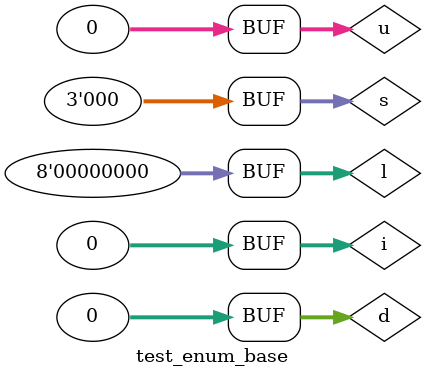
<source format=sv>
module test_enum_base;
  // Default base type (int, per LRM 6.19)
  typedef enum { A, B, C } default_t;
  default_t d;

  // Explicit int base
  typedef enum int { X, Y, Z } int_t;
  int_t i;

  // Explicit bit vector with packed dimension
  typedef enum logic [2:0] { S0, S1, S2 } state_t;
  state_t s;

  // Explicit integer atom base (byte)
  typedef enum byte { LOW = 0, HIGH = 1 } level_t;
  level_t l;

  // Signed/unsigned qualifiers on base type
  typedef enum int unsigned { P, Q } unsigned_t;
  unsigned_t u;

  initial begin
    d = A;
    i = X;
    s = S0;
    l = LOW;
    u = P;
  end
endmodule

</source>
